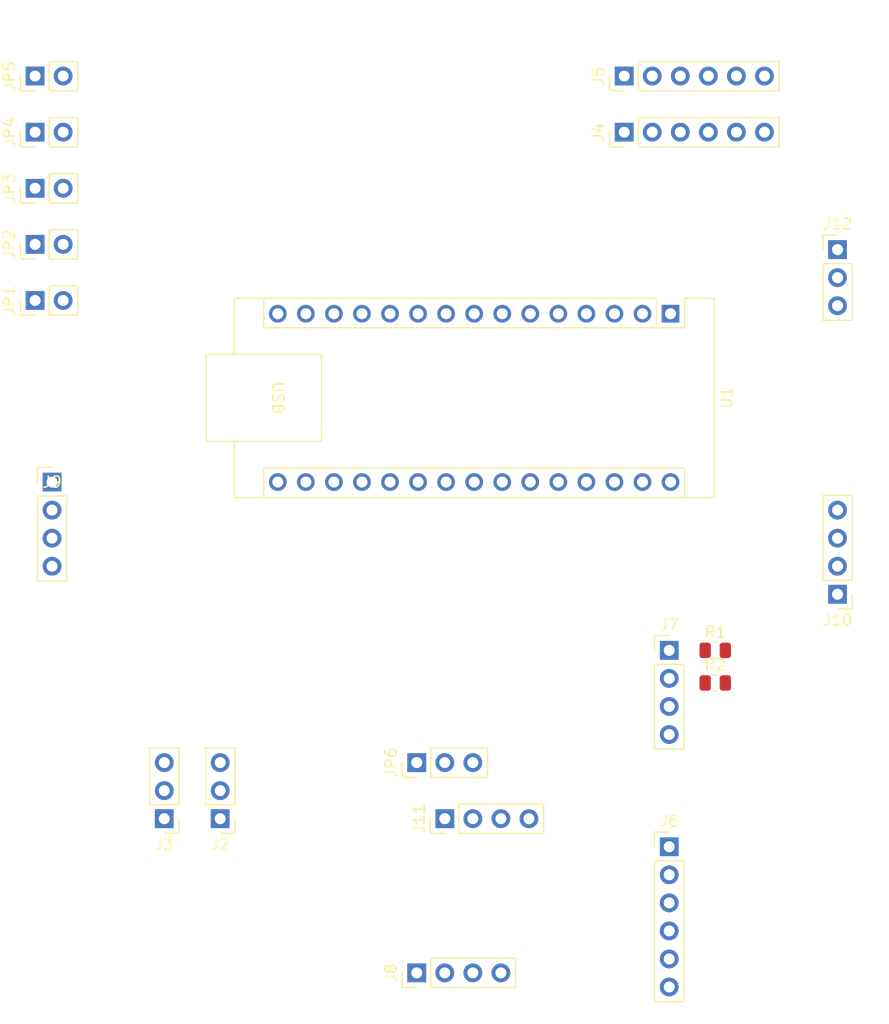
<source format=kicad_pcb>
(kicad_pcb (version 20240108) (generator "pcbnew") (generator_version "8.0")
  (layers (0 "F.Cu" signal) (31 "B.Cu" signal) (34 "B.Paste" user) (35 "F.Paste" user) (36 "B.SilkS" user "B.Silkscreen") (37 "F.SilkS" user "F.Silkscreen") (38 "B.Mask" user) (39 "F.Mask" user) (44 "Edge.Cuts" user))
  (net 0 "")
  (net 1 "/PWM_1")
  (net 2 "GND")
  (net 3 "7.4V")
  (net 4 "/PWM_2")
  (net 5 "/CH-B_IN4")
  (net 6 "/CH-A_EN")
  (net 7 "/CH-A_IN1")
  (net 8 "/CH-B_EN")
  (net 9 "/CH-B_IN3")
  (net 10 "/CH-A_IN2")
  (net 11 "/CH-D_IN4")
  (net 12 "/CH-D_IN3")
  (net 13 "/CH-C_IN2")
  (net 14 "/CH-D_EN")
  (net 15 "/CH-C_EN")
  (net 16 "/CH-C_IN1")
  (net 17 "3V3")
  (net 18 "/MISO")
  (net 19 "/SCK")
  (net 20 "/CS")
  (net 21 "/MOSI")
  (net 22 "/SDA")
  (net 23 "/SCL")
  (net 24 "/TRIG")
  (net 25 "/ECHO")
  (net 26 "/ENC-1_B")
  (net 27 "/ENC-1_A")
  (net 28 "/ENC-2_A")
  (net 29 "/ENC-2_B")
  (net 30 "/RX")
  (net 31 "Net-(J11-Pin_1)")
  (net 32 "/TX")
  (net 33 "/DOUT")
  (net 34 "Net-(J1-Pin_1)")
  (net 35 "12V")
  (net 36 "Net-(J1-Pin_2)")
  (net 37 "Net-(J1-Pin_3)")
  (net 38 "5V")
  (net 39 "Net-(J1-Pin_4)")
  (net 40 "Net-(J1-Pin_5)")
  (net 48 "/RESET_MCU")
  (net 67 "Net-(D1-K)")
  (footprint "Connector_PinHeader_2.54mm:PinHeader_1x03_P2.54mm_Vertical" (layer "F.Cu") (at 126.985 127 180)
    (property "Reference" "J2" (at 0 -2.33 180) (layer "F.SilkS"))
    (property "Value" "Servo 1")
    (fp_line (start 1.33 1.27) (end 1.33 6.41) (stroke (width 0.12)) (layer "F.SilkS"))
    (fp_line (start -1.33 6.41) (end 1.33 6.41) (stroke (width 0.12)) (layer "F.SilkS"))
    (fp_line (start -1.33 1.27) (end 1.33 1.27) (stroke (width 0.12)) (layer "F.SilkS"))
    (fp_line (start -1.33 1.27) (end -1.33 6.41) (stroke (width 0.12)) (layer "F.SilkS"))
    (fp_line (start -1.33 0) (end -1.33 -1.33) (stroke (width 0.12)) (layer "F.SilkS"))
    (fp_line (start -1.33 -1.33) (end 0 -1.33) (stroke (width 0.12)) (layer "F.SilkS"))
    (pad "1" thru_hole rect (at 0 0 180) (size 1.7 1.7) (drill 1) (layers "*.Cu" "*.Mask") (net 3 "7.4V"))
    (pad "2" thru_hole oval (at 0 2.54 180) (size 1.7 1.7) (drill 1) (layers "*.Cu" "*.Mask") (net 1 "/PWM_1"))
    (pad "3" thru_hole oval (at 0 5.08 180) (size 1.7 1.7) (drill 1) (layers "*.Cu" "*.Mask") (net 2 "GND"))
  )
  (footprint "Connector_PinHeader_2.54mm:PinHeader_1x02_P2.54mm_Vertical" (layer "F.Cu") (at 110.225 69.92 90)
    (property "Reference" "JP3" (at 0 -2.33 270) (layer "F.SilkS"))
    (property "Value" "Jumper_2_Bridged")
    (fp_line (start -1.33 -1.33) (end 0 -1.33) (stroke (width 0.12)) (layer "F.SilkS"))
    (fp_line (start -1.33 0) (end -1.33 -1.33) (stroke (width 0.12)) (layer "F.SilkS"))
    (fp_line (start 1.33 1.27) (end 1.33 3.87) (stroke (width 0.12)) (layer "F.SilkS"))
    (fp_line (start -1.33 1.27) (end 1.33 1.27) (stroke (width 0.12)) (layer "F.SilkS"))
    (fp_line (start -1.33 1.27) (end -1.33 3.87) (stroke (width 0.12)) (layer "F.SilkS"))
    (fp_line (start -1.33 3.87) (end 1.33 3.87) (stroke (width 0.12)) (layer "F.SilkS"))
    (pad "1" thru_hole rect (at 0 0 90) (size 1.7 1.7) (drill 1) (layers "*.Cu" "*.Mask") (net 37 "Net-(J1-Pin_3)"))
    (pad "2" thru_hole oval (at 0 2.54 90) (size 1.7 1.7) (drill 1) (layers "*.Cu" "*.Mask") (net 38 "5V"))
  )
  (footprint "Connector_PinHeader_2.54mm:PinHeader_1x04_P2.54mm_Vertical" (layer "F.Cu") (at 111.76 96.52)
    (property "Reference" "J9" (at 0 0 0) (layer "F.SilkS"))
    (property "Value" "Conn_01x04")
    (fp_line (start -1.33 -1.33) (end 0 -1.33) (stroke (width 0.12)) (layer "F.SilkS"))
    (fp_line (start -1.33 0) (end -1.33 -1.33) (stroke (width 0.12)) (layer "F.SilkS"))
    (fp_line (start -1.33 1.27) (end -1.33 8.95) (stroke (width 0.12)) (layer "F.SilkS"))
    (fp_line (start -1.33 1.27) (end 1.33 1.27) (stroke (width 0.12)) (layer "F.SilkS"))
    (fp_line (start -1.33 8.95) (end 1.33 8.95) (stroke (width 0.12)) (layer "F.SilkS"))
    (fp_line (start 1.33 1.27) (end 1.33 8.95) (stroke (width 0.12)) (layer "F.SilkS"))
    (pad "1" thru_hole rect (at 0 0) (size 1.7 1.7) (drill 1) (layers "*.Cu" "*.Mask") (net 17 "3V3"))
    (pad "2" thru_hole oval (at 0 2.54) (size 1.7 1.7) (drill 1) (layers "*.Cu" "*.Mask") (net 27 "/ENC-1_A"))
    (pad "3" thru_hole oval (at 0 5.08) (size 1.7 1.7) (drill 1) (layers "*.Cu" "*.Mask") (net 26 "/ENC-1_B"))
    (pad "4" thru_hole oval (at 0 7.62) (size 1.7 1.7) (drill 1) (layers "*.Cu" "*.Mask") (net 2 "GND"))
  )
  (footprint "Module:Arduino_Nano_WithMountingHoles" (layer "F.Cu") (at 167.76 81.28 -90)
    (property "Reference" "U1" (at 7.62 -5.08 90) (layer "F.SilkS"))
    (property "Value" "~")
    (fp_line (start 3.68 42.04) (end 3.68 31.62) (stroke (width 0.12)) (layer "F.SilkS"))
    (fp_line (start 11.56 42.04) (end 3.68 42.04) (stroke (width 0.12)) (layer "F.SilkS"))
    (fp_line (start -1.4 39.5) (end 3.68 39.5) (stroke (width 0.12)) (layer "F.SilkS"))
    (fp_line (start 16.64 39.5) (end 11.56 39.5) (stroke (width 0.12)) (layer "F.SilkS"))
    (fp_line (start 16.64 39.5) (end 16.64 -3.94) (stroke (width 0.12)) (layer "F.SilkS"))
    (fp_line (start 1.27 36.83) (end -1.4 36.83) (stroke (width 0.12)) (layer "F.SilkS"))
    (fp_line (start 13.97 36.83) (end 16.64 36.83) (stroke (width 0.12)) (layer "F.SilkS"))
    (fp_line (start 3.68 31.62) (end 11.56 31.62) (stroke (width 0.12)) (layer "F.SilkS"))
    (fp_line (start 11.56 31.62) (end 11.56 42.04) (stroke (width 0.12)) (layer "F.SilkS"))
    (fp_line (start -1.4 1.27) (end -1.4 39.5) (stroke (width 0.12)) (layer "F.SilkS"))
    (fp_line (start 1.27 1.27) (end 1.27 36.83) (stroke (width 0.12)) (layer "F.SilkS"))
    (fp_line (start 1.27 1.27) (end -1.4 1.27) (stroke (width 0.12)) (layer "F.SilkS"))
    (fp_line (start 1.27 1.27) (end 1.27 -1.27) (stroke (width 0.12)) (layer "F.SilkS"))
    (fp_line (start 1.27 -1.27) (end -1.4 -1.27) (stroke (width 0.12)) (layer "F.SilkS"))
    (fp_line (start 13.97 -1.27) (end 13.97 36.83) (stroke (width 0.12)) (layer "F.SilkS"))
    (fp_line (start 13.97 -1.27) (end 16.64 -1.27) (stroke (width 0.12)) (layer "F.SilkS"))
    (fp_line (start -1.4 -3.94) (end -1.4 -1.27) (stroke (width 0.12)) (layer "F.SilkS"))
    (fp_line (start 16.64 -3.94) (end -1.4 -3.94) (stroke (width 0.12)) (layer "F.SilkS"))
    (fp_text user "USB" (at 7.62 35.56 -90) (layer "F.SilkS"))
    (pad "" np_thru_hole circle (at 0 -2.54 270) (size 1.78 1.78) (drill 1.78) (layers "*.Cu" "*.Mask"))
    (pad "" np_thru_hole circle (at 0 38.1 270) (size 1.78 1.78) (drill 1.78) (layers "*.Cu" "*.Mask"))
    (pad "" np_thru_hole circle (at 15.24 -2.54 270) (size 1.78 1.78) (drill 1.78) (layers "*.Cu" "*.Mask"))
    (pad "" np_thru_hole circle (at 15.24 38.1 270) (size 1.78 1.78) (drill 1.78) (layers "*.Cu" "*.Mask"))
    (pad "1" thru_hole rect (at 0 0 270) (size 1.6 1.6) (drill 1) (layers "*.Cu" "*.Mask"))
    (pad "2" thru_hole oval (at 0 2.54 270) (size 1.6 1.6) (drill 1) (layers "*.Cu" "*.Mask"))
    (pad "3" thru_hole oval (at 0 5.08 270) (size 1.6 1.6) (drill 1) (layers "*.Cu" "*.Mask") (net 48 "/RESET_MCU"))
    (pad "4" thru_hole oval (at 0 7.62 270) (size 1.6 1.6) (drill 1) (layers "*.Cu" "*.Mask") (net 2 "GND"))
    (pad "5" thru_hole oval (at 0 10.16 270) (size 1.6 1.6) (drill 1) (layers "*.Cu" "*.Mask"))
    (pad "6" thru_hole oval (at 0 12.7 270) (size 1.6 1.6) (drill 1) (layers "*.Cu" "*.Mask"))
    (pad "7" thru_hole oval (at 0 15.24 270) (size 1.6 1.6) (drill 1) (layers "*.Cu" "*.Mask"))
    (pad "8" thru_hole oval (at 0 17.78 270) (size 1.6 1.6) (drill 1) (layers "*.Cu" "*.Mask"))
    (pad "9" thru_hole oval (at 0 20.32 270) (size 1.6 1.6) (drill 1) (layers "*.Cu" "*.Mask"))
    (pad "10" thru_hole oval (at 0 22.86 270) (size 1.6 1.6) (drill 1) (layers "*.Cu" "*.Mask"))
    (pad "11" thru_hole oval (at 0 25.4 270) (size 1.6 1.6) (drill 1) (layers "*.Cu" "*.Mask"))
    (pad "12" thru_hole oval (at 0 27.94 270) (size 1.6 1.6) (drill 1) (layers "*.Cu" "*.Mask"))
    (pad "13" thru_hole oval (at 0 30.48 270) (size 1.6 1.6) (drill 1) (layers "*.Cu" "*.Mask"))
    (pad "14" thru_hole oval (at 0 33.02 270) (size 1.6 1.6) (drill 1) (layers "*.Cu" "*.Mask"))
    (pad "15" thru_hole oval (at 0 35.56 270) (size 1.6 1.6) (drill 1) (layers "*.Cu" "*.Mask"))
    (pad "16" thru_hole oval (at 15.24 35.56 270) (size 1.6 1.6) (drill 1) (layers "*.Cu" "*.Mask") (net 67 "Net-(D1-K)"))
    (pad "17" thru_hole oval (at 15.24 33.02 270) (size 1.6 1.6) (drill 1) (layers "*.Cu" "*.Mask") (net 2 "GND"))
    (pad "18" thru_hole oval (at 15.24 30.48 270) (size 1.6 1.6) (drill 1) (layers "*.Cu" "*.Mask") (net 48 "/RESET_MCU"))
    (pad "19" thru_hole oval (at 15.24 27.94 270) (size 1.6 1.6) (drill 1) (layers "*.Cu" "*.Mask"))
    (pad "20" thru_hole oval (at 15.24 25.4 270) (size 1.6 1.6) (drill 1) (layers "*.Cu" "*.Mask"))
    (pad "21" thru_hole oval (at 15.24 22.86 270) (size 1.6 1.6) (drill 1) (layers "*.Cu" "*.Mask"))
    (pad "22" thru_hole oval (at 15.24 20.32 270) (size 1.6 1.6) (drill 1) (layers "*.Cu" "*.Mask"))
    (pad "23" thru_hole oval (at 15.24 17.78 270) (size 1.6 1.6) (drill 1) (layers "*.Cu" "*.Mask"))
    (pad "24" thru_hole oval (at 15.24 15.24 270) (size 1.6 1.6) (drill 1) (layers "*.Cu" "*.Mask"))
    (pad "25" thru_hole oval (at 15.24 12.7 270) (size 1.6 1.6) (drill 1) (layers "*.Cu" "*.Mask"))
    (pad "26" thru_hole oval (at 15.24 10.16 270) (size 1.6 1.6) (drill 1) (layers "*.Cu" "*.Mask"))
    (pad "27" thru_hole oval (at 15.24 7.62 270) (size 1.6 1.6) (drill 1) (layers "*.Cu" "*.Mask"))
    (pad "28" thru_hole oval (at 15.24 5.08 270) (size 1.6 1.6) (drill 1) (layers "*.Cu" "*.Mask"))
    (pad "29" thru_hole oval (at 15.24 2.54 270) (size 1.6 1.6) (drill 1) (layers "*.Cu" "*.Mask"))
    (pad "30" thru_hole oval (at 15.24 0 270) (size 1.6 1.6) (drill 1) (layers "*.Cu" "*.Mask"))
  )
  (footprint "Connector_PinHeader_2.54mm:PinHeader_1x06_P2.54mm_Vertical" (layer "F.Cu") (at 163.565 64.84 90)
    (property "Reference" "J4" (at 0 -2.33 270) (layer "F.SilkS"))
    (property "Value" "Pont en H 1")
    (fp_line (start -1.33 -1.33) (end 0 -1.33) (stroke (width 0.12)) (layer "F.SilkS"))
    (fp_line (start -1.33 0) (end -1.33 -1.33) (stroke (width 0.12)) (layer "F.SilkS"))
    (fp_line (start 1.33 1.27) (end 1.33 14.03) (stroke (width 0.12)) (layer "F.SilkS"))
    (fp_line (start -1.33 1.27) (end 1.33 1.27) (stroke (width 0.12)) (layer "F.SilkS"))
    (fp_line (start -1.33 1.27) (end -1.33 14.03) (stroke (width 0.12)) (layer "F.SilkS"))
    (fp_line (start -1.33 14.03) (end 1.33 14.03) (stroke (width 0.12)) (layer "F.SilkS"))
    (pad "1" thru_hole rect (at 0 0 90) (size 1.7 1.7) (drill 1) (layers "*.Cu" "*.Mask") (net 6 "/CH-A_EN"))
    (pad "2" thru_hole oval (at 0 2.54 90) (size 1.7 1.7) (drill 1) (layers "*.Cu" "*.Mask") (net 7 "/CH-A_IN1"))
    (pad "3" thru_hole oval (at 0 5.08 90) (size 1.7 1.7) (drill 1) (layers "*.Cu" "*.Mask") (net 10 "/CH-A_IN2"))
    (pad "4" thru_hole oval (at 0 7.62 90) (size 1.7 1.7) (drill 1) (layers "*.Cu" "*.Mask") (net 9 "/CH-B_IN3"))
    (pad "5" thru_hole oval (at 0 10.16 90) (size 1.7 1.7) (drill 1) (layers "*.Cu" "*.Mask") (net 5 "/CH-B_IN4"))
    (pad "6" thru_hole oval (at 0 12.7 90) (size 1.7 1.7) (drill 1) (layers "*.Cu" "*.Mask") (net 8 "/CH-B_EN"))
  )
  (footprint "Connector_PinHeader_2.54mm:PinHeader_1x04_P2.54mm_Vertical" (layer "F.Cu") (at 167.64 111.76)
    (property "Reference" "J7" (at 0 -2.33 0) (layer "F.SilkS"))
    (property "Value" "I2C")
    (fp_line (start -1.33 -1.33) (end 0 -1.33) (stroke (width 0.12)) (layer "F.SilkS"))
    (fp_line (start -1.33 0) (end -1.33 -1.33) (stroke (width 0.12)) (layer "F.SilkS"))
    (fp_line (start -1.33 1.27) (end -1.33 8.95) (stroke (width 0.12)) (layer "F.SilkS"))
    (fp_line (start -1.33 1.27) (end 1.33 1.27) (stroke (width 0.12)) (layer "F.SilkS"))
    (fp_line (start -1.33 8.95) (end 1.33 8.95) (stroke (width 0.12)) (layer "F.SilkS"))
    (fp_line (start 1.33 1.27) (end 1.33 8.95) (stroke (width 0.12)) (layer "F.SilkS"))
    (pad "1" thru_hole rect (at 0 0) (size 1.7 1.7) (drill 1) (layers "*.Cu" "*.Mask") (net 17 "3V3"))
    (pad "2" thru_hole oval (at 0 2.54) (size 1.7 1.7) (drill 1) (layers "*.Cu" "*.Mask") (net 23 "/SCL"))
    (pad "3" thru_hole oval (at 0 5.08) (size 1.7 1.7) (drill 1) (layers "*.Cu" "*.Mask") (net 22 "/SDA"))
    (pad "4" thru_hole oval (at 0 7.62) (size 1.7 1.7) (drill 1) (layers "*.Cu" "*.Mask") (net 2 "GND"))
  )
  (footprint "Connector_PinHeader_2.54mm:PinHeader_1x02_P2.54mm_Vertical" (layer "F.Cu") (at 110.225 59.76 90)
    (property "Reference" "JP5" (at 0 -2.33 270) (layer "F.SilkS"))
    (property "Value" "Jumper_2_Bridged")
    (fp_line (start -1.33 -1.33) (end 0 -1.33) (stroke (width 0.12)) (layer "F.SilkS"))
    (fp_line (start -1.33 0) (end -1.33 -1.33) (stroke (width 0.12)) (layer "F.SilkS"))
    (fp_line (start 1.33 1.27) (end 1.33 3.87) (stroke (width 0.12)) (layer "F.SilkS"))
    (fp_line (start -1.33 1.27) (end 1.33 1.27) (stroke (width 0.12)) (layer "F.SilkS"))
    (fp_line (start -1.33 1.27) (end -1.33 3.87) (stroke (width 0.12)) (layer "F.SilkS"))
    (fp_line (start -1.33 3.87) (end 1.33 3.87) (stroke (width 0.12)) (layer "F.SilkS"))
    (pad "1" thru_hole rect (at 0 0 90) (size 1.7 1.7) (drill 1) (layers "*.Cu" "*.Mask") (net 40 "Net-(J1-Pin_5)"))
    (pad "2" thru_hole oval (at 0 2.54 90) (size 1.7 1.7) (drill 1) (layers "*.Cu" "*.Mask") (net 2 "GND"))
  )
  (footprint "Connector_PinHeader_2.54mm:PinHeader_1x04_P2.54mm_Vertical" (layer "F.Cu") (at 144.78 140.96 90)
    (property "Reference" "J8" (at 0 -2.33 270) (layer "F.SilkS"))
    (property "Value" "Conn_01x04")
    (fp_line (start -1.33 -1.33) (end 0 -1.33) (stroke (width 0.12)) (layer "F.SilkS"))
    (fp_line (start -1.33 0) (end -1.33 -1.33) (stroke (width 0.12)) (layer "F.SilkS"))
    (fp_line (start 1.33 1.27) (end 1.33 8.95) (stroke (width 0.12)) (layer "F.SilkS"))
    (fp_line (start -1.33 1.27) (end 1.33 1.27) (stroke (width 0.12)) (layer "F.SilkS"))
    (fp_line (start -1.33 1.27) (end -1.33 8.95) (stroke (width 0.12)) (layer "F.SilkS"))
    (fp_line (start -1.33 8.95) (end 1.33 8.95) (stroke (width 0.12)) (layer "F.SilkS"))
    (pad "1" thru_hole rect (at 0 0 90) (size 1.7 1.7) (drill 1) (layers "*.Cu" "*.Mask") (net 17 "3V3"))
    (pad "2" thru_hole oval (at 0 2.54 90) (size 1.7 1.7) (drill 1) (layers "*.Cu" "*.Mask") (net 24 "/TRIG"))
    (pad "3" thru_hole oval (at 0 5.08 90) (size 1.7 1.7) (drill 1) (layers "*.Cu" "*.Mask") (net 25 "/ECHO"))
    (pad "4" thru_hole oval (at 0 7.62 90) (size 1.7 1.7) (drill 1) (layers "*.Cu" "*.Mask") (net 2 "GND"))
  )
  (footprint "Resistor_SMD:R_0805_2012Metric" (layer "F.Cu") (at 171.8075 111.76)
    (property "Reference" "R1" (at 0 -1.65 0) (layer "F.SilkS"))
    (property "Value" "R")
    (fp_line (start -0.227064 -0.735) (end 0.227064 -0.735) (stroke (width 0.12)) (layer "F.SilkS"))
    (fp_line (start -0.227064 0.735) (end 0.227064 0.735) (stroke (width 0.12)) (layer "F.SilkS"))
    (pad "1" smd roundrect (at -0.9125 0) (size 1.025 1.4) (layers "F.Cu" "F.Paste" "F.Mask") (roundrect_rratio 0.243902) (net 17 "3V3"))
    (pad "2" smd roundrect (at 0.9125 0) (size 1.025 1.4) (layers "F.Cu" "F.Paste" "F.Mask") (roundrect_rratio 0.243902) (net 23 "/SCL"))
  )
  (footprint "Connector_PinHeader_2.54mm:PinHeader_1x03_P2.54mm_Vertical" (layer "F.Cu") (at 182.88 75.475)
    (property "Reference" "J12" (at 0 -2.33 0) (layer "F.SilkS"))
    (property "Value" "DEL")
    (fp_line (start -1.33 -1.33) (end 0 -1.33) (stroke (width 0.12)) (layer "F.SilkS"))
    (fp_line (start -1.33 0) (end -1.33 -1.33) (stroke (width 0.12)) (layer "F.SilkS"))
    (fp_line (start -1.33 1.27) (end -1.33 6.41) (stroke (width 0.12)) (layer "F.SilkS"))
    (fp_line (start -1.33 1.27) (end 1.33 1.27) (stroke (width 0.12)) (layer "F.SilkS"))
    (fp_line (start -1.33 6.41) (end 1.33 6.41) (stroke (width 0.12)) (layer "F.SilkS"))
    (fp_line (start 1.33 1.27) (end 1.33 6.41) (stroke (width 0.12)) (layer "F.SilkS"))
    (pad "1" thru_hole rect (at 0 0) (size 1.7 1.7) (drill 1) (layers "*.Cu" "*.Mask") (net 17 "3V3"))
    (pad "2" thru_hole oval (at 0 2.54) (size 1.7 1.7) (drill 1) (layers "*.Cu" "*.Mask") (net 33 "/DOUT"))
    (pad "3" thru_hole oval (at 0 5.08) (size 1.7 1.7) (drill 1) (layers "*.Cu" "*.Mask") (net 2 "GND"))
  )
  (footprint "Connector_PinHeader_2.54mm:PinHeader_1x06_P2.54mm_Vertical" (layer "F.Cu") (at 163.565 59.76 90)
    (property "Reference" "J5" (at 0 -2.33 270) (layer "F.SilkS"))
    (property "Value" "Pont en H 1")
    (fp_line (start -1.33 -1.33) (end 0 -1.33) (stroke (width 0.12)) (layer "F.SilkS"))
    (fp_line (start -1.33 0) (end -1.33 -1.33) (stroke (width 0.12)) (layer "F.SilkS"))
    (fp_line (start 1.33 1.27) (end 1.33 14.03) (stroke (width 0.12)) (layer "F.SilkS"))
    (fp_line (start -1.33 1.27) (end 1.33 1.27) (stroke (width 0.12)) (layer "F.SilkS"))
    (fp_line (start -1.33 1.27) (end -1.33 14.03) (stroke (width 0.12)) (layer "F.SilkS"))
    (fp_line (start -1.33 14.03) (end 1.33 14.03) (stroke (width 0.12)) (layer "F.SilkS"))
    (pad "1" thru_hole rect (at 0 0 90) (size 1.7 1.7) (drill 1) (layers "*.Cu" "*.Mask") (net 15 "/CH-C_EN"))
    (pad "2" thru_hole oval (at 0 2.54 90) (size 1.7 1.7) (drill 1) (layers "*.Cu" "*.Mask") (net 16 "/CH-C_IN1"))
    (pad "3" thru_hole oval (at 0 5.08 90) (size 1.7 1.7) (drill 1) (layers "*.Cu" "*.Mask") (net 13 "/CH-C_IN2"))
    (pad "4" thru_hole oval (at 0 7.62 90) (size 1.7 1.7) (drill 1) (layers "*.Cu" "*.Mask") (net 12 "/CH-D_IN3"))
    (pad "5" thru_hole oval (at 0 10.16 90) (size 1.7 1.7) (drill 1) (layers "*.Cu" "*.Mask") (net 11 "/CH-D_IN4"))
    (pad "6" thru_hole oval (at 0 12.7 90) (size 1.7 1.7) (drill 1) (layers "*.Cu" "*.Mask") (net 14 "/CH-D_EN"))
  )
  (footprint "Connector_PinHeader_2.54mm:PinHeader_1x06_P2.54mm_Vertical" (layer "F.Cu") (at 167.64 129.54)
    (property "Reference" "J6" (at 0 -2.33 0) (layer "F.SilkS"))
    (property "Value" "SPI")
    (fp_line (start -1.33 -1.33) (end 0 -1.33) (stroke (width 0.12)) (layer "F.SilkS"))
    (fp_line (start -1.33 0) (end -1.33 -1.33) (stroke (width 0.12)) (layer "F.SilkS"))
    (fp_line (start -1.33 1.27) (end -1.33 14.03) (stroke (width 0.12)) (layer "F.SilkS"))
    (fp_line (start -1.33 1.27) (end 1.33 1.27) (stroke (width 0.12)) (layer "F.SilkS"))
    (fp_line (start -1.33 14.03) (end 1.33 14.03) (stroke (width 0.12)) (layer "F.SilkS"))
    (fp_line (start 1.33 1.27) (end 1.33 14.03) (stroke (width 0.12)) (layer "F.SilkS"))
    (pad "1" thru_hole rect (at 0 0) (size 1.7 1.7) (drill 1) (layers "*.Cu" "*.Mask") (net 17 "3V3"))
    (pad "2" thru_hole oval (at 0 2.54) (size 1.7 1.7) (drill 1) (layers "*.Cu" "*.Mask") (net 19 "/SCK"))
    (pad "3" thru_hole oval (at 0 5.08) (size 1.7 1.7) (drill 1) (layers "*.Cu" "*.Mask") (net 21 "/MOSI"))
    (pad "4" thru_hole oval (at 0 7.62) (size 1.7 1.7) (drill 1) (layers "*.Cu" "*.Mask") (net 18 "/MISO"))
    (pad "5" thru_hole oval (at 0 10.16) (size 1.7 1.7) (drill 1) (layers "*.Cu" "*.Mask") (net 20 "/CS"))
    (pad "6" thru_hole oval (at 0 12.7) (size 1.7 1.7) (drill 1) (layers "*.Cu" "*.Mask") (net 2 "GND"))
  )
  (footprint "Connector_PinHeader_2.54mm:PinHeader_1x04_P2.54mm_Vertical" (layer "F.Cu") (at 182.88 106.68 180)
    (property "Reference" "J10" (at 0 -2.33 180) (layer "F.SilkS"))
    (property "Value" "Conn_01x04")
    (fp_line (start 1.33 1.27) (end 1.33 8.95) (stroke (width 0.12)) (layer "F.SilkS"))
    (fp_line (start -1.33 8.95) (end 1.33 8.95) (stroke (width 0.12)) (layer "F.SilkS"))
    (fp_line (start -1.33 1.27) (end 1.33 1.27) (stroke (width 0.12)) (layer "F.SilkS"))
    (fp_line (start -1.33 1.27) (end -1.33 8.95) (stroke (width 0.12)) (layer "F.SilkS"))
    (fp_line (start -1.33 0) (end -1.33 -1.33) (stroke (width 0.12)) (layer "F.SilkS"))
    (fp_line (start -1.33 -1.33) (end 0 -1.33) (stroke (width 0.12)) (layer "F.SilkS"))
    (pad "1" thru_hole rect (at 0 0 180) (size 1.7 1.7) (drill 1) (layers "*.Cu" "*.Mask") (net 17 "3V3"))
    (pad "2" thru_hole oval (at 0 2.54 180) (size 1.7 1.7) (drill 1) (layers "*.Cu" "*.Mask") (net 28 "/ENC-2_A"))
    (pad "3" thru_hole oval (at 0 5.08 180) (size 1.7 1.7) (drill 1) (layers "*.Cu" "*.Mask") (net 29 "/ENC-2_B"))
    (pad "4" thru_hole oval (at 0 7.62 180) (size 1.7 1.7) (drill 1) (layers "*.Cu" "*.Mask") (net 2 "GND"))
  )
  (footprint "Resistor_SMD:R_0805_2012Metric" (layer "F.Cu") (at 171.8075 114.71)
    (property "Reference" "R2" (at 0 -1.65 0) (layer "F.SilkS"))
    (property "Value" "R")
    (fp_line (start -0.227064 -0.735) (end 0.227064 -0.735) (stroke (width 0.12)) (layer "F.SilkS"))
    (fp_line (start -0.227064 0.735) (end 0.227064 0.735) (stroke (width 0.12)) (layer "F.SilkS"))
    (pad "1" smd roundrect (at -0.9125 0) (size 1.025 1.4) (layers "F.Cu" "F.Paste" "F.Mask") (roundrect_rratio 0.243902) (net 17 "3V3"))
    (pad "2" smd roundrect (at 0.9125 0) (size 1.025 1.4) (layers "F.Cu" "F.Paste" "F.Mask") (roundrect_rratio 0.243902) (net 22 "/SDA"))
  )
  (footprint "Connector_PinHeader_2.54mm:PinHeader_1x02_P2.54mm_Vertical" (layer "F.Cu") (at 110.225 75 90)
    (property "Reference" "JP2" (at 0 -2.33 270) (layer "F.SilkS"))
    (property "Value" "Jumper_2_Bridged")
    (fp_line (start -1.33 -1.33) (end 0 -1.33) (stroke (width 0.12)) (layer "F.SilkS"))
    (fp_line (start -1.33 0) (end -1.33 -1.33) (stroke (width 0.12)) (layer "F.SilkS"))
    (fp_line (start 1.33 1.27) (end 1.33 3.87) (stroke (width 0.12)) (layer "F.SilkS"))
    (fp_line (start -1.33 1.27) (end 1.33 1.27) (stroke (width 0.12)) (layer "F.SilkS"))
    (fp_line (start -1.33 1.27) (end -1.33 3.87) (stroke (width 0.12)) (layer "F.SilkS"))
    (fp_line (start -1.33 3.87) (end 1.33 3.87) (stroke (width 0.12)) (layer "F.SilkS"))
    (pad "1" thru_hole rect (at 0 0 90) (size 1.7 1.7) (drill 1) (layers "*.Cu" "*.Mask") (net 36 "Net-(J1-Pin_2)"))
    (pad "2" thru_hole oval (at 0 2.54 90) (size 1.7 1.7) (drill 1) (layers "*.Cu" "*.Mask") (net 3 "7.4V"))
  )
  (footprint "Connector_PinHeader_2.54mm:PinHeader_1x02_P2.54mm_Vertical" (layer "F.Cu") (at 110.225 64.84 90)
    (property "Reference" "JP4" (at 0 -2.33 270) (layer "F.SilkS"))
    (property "Value" "Jumper_2_Bridged")
    (fp_line (start -1.33 -1.33) (end 0 -1.33) (stroke (width 0.12)) (layer "F.SilkS"))
    (fp_line (start -1.33 0) (end -1.33 -1.33) (stroke (width 0.12)) (layer "F.SilkS"))
    (fp_line (start 1.33 1.27) (end 1.33 3.87) (stroke (width 0.12)) (layer "F.SilkS"))
    (fp_line (start -1.33 1.27) (end 1.33 1.27) (stroke (width 0.12)) (layer "F.SilkS"))
    (fp_line (start -1.33 1.27) (end -1.33 3.87) (stroke (width 0.12)) (layer "F.SilkS"))
    (fp_line (start -1.33 3.87) (end 1.33 3.87) (stroke (width 0.12)) (layer "F.SilkS"))
    (pad "1" thru_hole rect (at 0 0 90) (size 1.7 1.7) (drill 1) (layers "*.Cu" "*.Mask") (net 39 "Net-(J1-Pin_4)"))
    (pad "2" thru_hole oval (at 0 2.54 90) (size 1.7 1.7) (drill 1) (layers "*.Cu" "*.Mask") (net 17 "3V3"))
  )
  (footprint "Connector_PinHeader_2.54mm:PinHeader_1x03_P2.54mm_Vertical" (layer "F.Cu") (at 144.78 121.92 90)
    (property "Reference" "JP6" (at 0 -2.33 270) (layer "F.SilkS"))
    (property "Value" "Jumper_3_Bridged12")
    (fp_line (start -1.33 -1.33) (end 0 -1.33) (stroke (width 0.12)) (layer "F.SilkS"))
    (fp_line (start -1.33 0) (end -1.33 -1.33) (stroke (width 0.12)) (layer "F.SilkS"))
    (fp_line (start 1.33 1.27) (end 1.33 6.41) (stroke (width 0.12)) (layer "F.SilkS"))
    (fp_line (start -1.33 1.27) (end 1.33 1.27) (stroke (width 0.12)) (layer "F.SilkS"))
    (fp_line (start -1.33 1.27) (end -1.33 6.41) (stroke (width 0.12)) (layer "F.SilkS"))
    (fp_line (start -1.33 6.41) (end 1.33 6.41) (stroke (width 0.12)) (layer "F.SilkS"))
    (pad "1" thru_hole rect (at 0 0 90) (size 1.7 1.7) (drill 1) (layers "*.Cu" "*.Mask") (net 3 "7.4V"))
    (pad "2" thru_hole oval (at 0 2.54 90) (size 1.7 1.7) (drill 1) (layers "*.Cu" "*.Mask") (net 31 "Net-(J11-Pin_1)"))
    (pad "3" thru_hole oval (at 0 5.08 90) (size 1.7 1.7) (drill 1) (layers "*.Cu" "*.Mask") (net 17 "3V3"))
  )
  (footprint "Connector_PinHeader_2.54mm:PinHeader_1x02_P2.54mm_Vertical" (layer "F.Cu") (at 110.225 80.08 90)
    (property "Reference" "JP1" (at 0 -2.33 270) (layer "F.SilkS"))
    (property "Value" "Jumper_2_Bridged")
    (fp_line (start -1.33 -1.33) (end 0 -1.33) (stroke (width 0.12)) (layer "F.SilkS"))
    (fp_line (start -1.33 0) (end -1.33 -1.33) (stroke (width 0.12)) (layer "F.SilkS"))
    (fp_line (start 1.33 1.27) (end 1.33 3.87) (stroke (width 0.12)) (layer "F.SilkS"))
    (fp_line (start -1.33 1.27) (end 1.33 1.27) (stroke (width 0.12)) (layer "F.SilkS"))
    (fp_line (start -1.33 1.27) (end -1.33 3.87) (stroke (width 0.12)) (layer "F.SilkS"))
    (fp_line (start -1.33 3.87) (end 1.33 3.87) (stroke (width 0.12)) (layer "F.SilkS"))
    (pad "1" thru_hole rect (at 0 0 90) (size 1.7 1.7) (drill 1) (layers "*.Cu" "*.Mask") (net 34 "Net-(J1-Pin_1)"))
    (pad "2" thru_hole oval (at 0 2.54 90) (size 1.7 1.7) (drill 1) (layers "*.Cu" "*.Mask") (net 35 "12V"))
  )
  (footprint "Connector_PinHeader_2.54mm:PinHeader_1x03_P2.54mm_Vertical" (layer "F.Cu") (at 121.92 127 180)
    (property "Reference" "J3" (at 0 -2.33 180) (layer "F.SilkS"))
    (property "Value" "Servo 2")
    (fp_line (start 1.33 1.27) (end 1.33 6.41) (stroke (width 0.12)) (layer "F.SilkS"))
    (fp_line (start -1.33 6.41) (end 1.33 6.41) (stroke (width 0.12)) (layer "F.SilkS"))
    (fp_line (start -1.33 1.27) (end 1.33 1.27) (stroke (width 0.12)) (layer "F.SilkS"))
    (fp_line (start -1.33 1.27) (end -1.33 6.41) (stroke (width 0.12)) (layer "F.SilkS"))
    (fp_line (start -1.33 0) (end -1.33 -1.33) (stroke (width 0.12)) (layer "F.SilkS"))
    (fp_line (start -1.33 -1.33) (end 0 -1.33) (stroke (width 0.12)) (layer "F.SilkS"))
    (pad "1" thru_hole rect (at 0 0 180) (size 1.7 1.7) (drill 1) (layers "*.Cu" "*.Mask") (net 3 "7.4V"))
    (pad "2" thru_hole oval (at 0 2.54 180) (size 1.7 1.7) (drill 1) (layers "*.Cu" "*.Mask") (net 4 "/PWM_2"))
    (pad "3" thru_hole oval (at 0 5.08 180) (size 1.7 1.7) (drill 1) (layers "*.Cu" "*.Mask") (net 2 "GND"))
  )
  (footprint "Connector_PinHeader_2.54mm:PinHeader_1x04_P2.54mm_Vertical" (layer "F.Cu") (at 147.32 127 90)
    (property "Reference" "J11" (at 0 -2.33 270) (layer "F.SilkS"))
    (property "Value" "Conn_01x04")
    (fp_line (start -1.33 -1.33) (end 0 -1.33) (stroke (width 0.12)) (layer "F.SilkS"))
    (fp_line (start -1.33 0) (end -1.33 -1.33) (stroke (width 0.12)) (layer "F.SilkS"))
    (fp_line (start 1.33 1.27) (end 1.33 8.95) (stroke (width 0.12)) (layer "F.SilkS"))
    (fp_line (start -1.33 1.27) (end 1.33 1.27) (stroke (width 0.12)) (layer "F.SilkS"))
    (fp_line (start -1.33 1.27) (end -1.33 8.95) (stroke (width 0.12)) (layer "F.SilkS"))
    (fp_line (start -1.33 8.95) (end 1.33 8.95) (stroke (width 0.12)) (layer "F.SilkS"))
    (pad "1" thru_hole rect (at 0 0 90) (size 1.7 1.7) (drill 1) (layers "*.Cu" "*.Mask") (net 31 "Net-(J11-Pin_1)"))
    (pad "2" thru_hole oval (at 0 2.54 90) (size 1.7 1.7) (drill 1) (layers "*.Cu" "*.Mask") (net 30 "/RX"))
    (pad "3" thru_hole oval (at 0 5.08 90) (size 1.7 1.7) (drill 1) (layers "*.Cu" "*.Mask") (net 32 "/TX"))
    (pad "4" thru_hole oval (at 0 7.62 90) (size 1.7 1.7) (drill 1) (layers "*.Cu" "*.Mask") (net 2 "GND"))
  )
)
</source>
